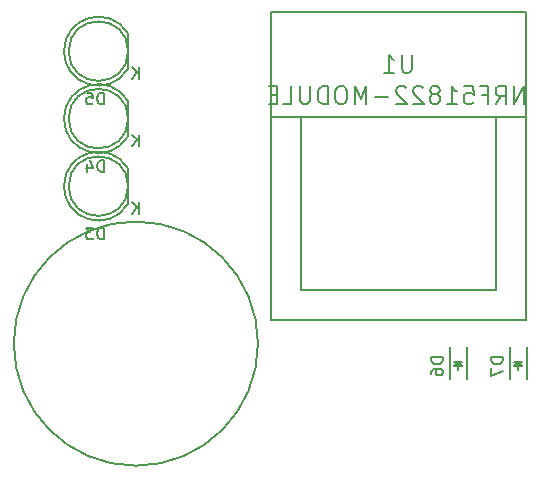
<source format=gbo>
%TF.GenerationSoftware,KiCad,Pcbnew,4.0.2+e4-6225~38~ubuntu15.10.1-stable*%
%TF.CreationDate,2016-06-09T11:59:05+01:00*%
%TF.ProjectId,igrow-101,6967726F772D3130312E6B696361645F,101*%
%TF.FileFunction,Legend,Bot*%
%FSLAX46Y46*%
G04 Gerber Fmt 4.6, Leading zero omitted, Abs format (unit mm)*
G04 Created by KiCad (PCBNEW 4.0.2+e4-6225~38~ubuntu15.10.1-stable) date Thu 09 Jun 2016 11:59:05 BST*
%MOMM*%
G01*
G04 APERTURE LIST*
%ADD10C,0.100000*%
%ADD11C,0.150000*%
G04 APERTURE END LIST*
D10*
D11*
X175260000Y-102108000D02*
X175260000Y-116713000D01*
X175260000Y-116713000D02*
X158750000Y-116713000D01*
X158750000Y-116713000D02*
X158750000Y-102108000D01*
X177800000Y-102108000D02*
X156210000Y-102108000D01*
X156210000Y-93218000D02*
X177800000Y-93218000D01*
X177800000Y-93218000D02*
X177800000Y-119253000D01*
X156210000Y-119253000D02*
X156210000Y-93218000D01*
X177800000Y-119253000D02*
X156210000Y-119253000D01*
X155117051Y-121285000D02*
G75*
G03X155117051Y-121285000I-10337051J0D01*
G01*
X144089888Y-109474904D02*
G75*
G02X144105000Y-106450000I-2484888J1524904D01*
G01*
X144105000Y-109450000D02*
X144105000Y-106450000D01*
X144122936Y-107950000D02*
G75*
G03X144122936Y-107950000I-2517936J0D01*
G01*
X144089888Y-103759904D02*
G75*
G02X144105000Y-100735000I-2484888J1524904D01*
G01*
X144105000Y-103735000D02*
X144105000Y-100735000D01*
X144122936Y-102235000D02*
G75*
G03X144122936Y-102235000I-2517936J0D01*
G01*
X144089888Y-98044904D02*
G75*
G02X144105000Y-95020000I-2484888J1524904D01*
G01*
X144105000Y-98020000D02*
X144105000Y-95020000D01*
X144122936Y-96520000D02*
G75*
G03X144122936Y-96520000I-2517936J0D01*
G01*
X172835000Y-121590000D02*
X172835000Y-124290000D01*
X171335000Y-121590000D02*
X171335000Y-124290000D01*
X172235000Y-123090000D02*
X171985000Y-123090000D01*
X171985000Y-123090000D02*
X172135000Y-122940000D01*
X171735000Y-122840000D02*
X172435000Y-122840000D01*
X172085000Y-123190000D02*
X172085000Y-123540000D01*
X172085000Y-122840000D02*
X171735000Y-123190000D01*
X171735000Y-123190000D02*
X172435000Y-123190000D01*
X172435000Y-123190000D02*
X172085000Y-122840000D01*
X177915000Y-121590000D02*
X177915000Y-124290000D01*
X176415000Y-121590000D02*
X176415000Y-124290000D01*
X177315000Y-123090000D02*
X177065000Y-123090000D01*
X177065000Y-123090000D02*
X177215000Y-122940000D01*
X176815000Y-122840000D02*
X177515000Y-122840000D01*
X177165000Y-123190000D02*
X177165000Y-123540000D01*
X177165000Y-122840000D02*
X176815000Y-123190000D01*
X176815000Y-123190000D02*
X177515000Y-123190000D01*
X177515000Y-123190000D02*
X177165000Y-122840000D01*
X168147857Y-96841571D02*
X168147857Y-98055857D01*
X168076429Y-98198714D01*
X168005000Y-98270143D01*
X167862143Y-98341571D01*
X167576429Y-98341571D01*
X167433571Y-98270143D01*
X167362143Y-98198714D01*
X167290714Y-98055857D01*
X167290714Y-96841571D01*
X165790714Y-98341571D02*
X166647857Y-98341571D01*
X166219285Y-98341571D02*
X166219285Y-96841571D01*
X166362142Y-97055857D01*
X166505000Y-97198714D01*
X166647857Y-97270143D01*
X177663714Y-101008571D02*
X177663714Y-99508571D01*
X176806571Y-101008571D01*
X176806571Y-99508571D01*
X175235142Y-101008571D02*
X175735142Y-100294286D01*
X176092285Y-101008571D02*
X176092285Y-99508571D01*
X175520857Y-99508571D01*
X175377999Y-99580000D01*
X175306571Y-99651429D01*
X175235142Y-99794286D01*
X175235142Y-100008571D01*
X175306571Y-100151429D01*
X175377999Y-100222857D01*
X175520857Y-100294286D01*
X176092285Y-100294286D01*
X174092285Y-100222857D02*
X174592285Y-100222857D01*
X174592285Y-101008571D02*
X174592285Y-99508571D01*
X173877999Y-99508571D01*
X172592285Y-99508571D02*
X173306571Y-99508571D01*
X173378000Y-100222857D01*
X173306571Y-100151429D01*
X173163714Y-100080000D01*
X172806571Y-100080000D01*
X172663714Y-100151429D01*
X172592285Y-100222857D01*
X172520857Y-100365714D01*
X172520857Y-100722857D01*
X172592285Y-100865714D01*
X172663714Y-100937143D01*
X172806571Y-101008571D01*
X173163714Y-101008571D01*
X173306571Y-100937143D01*
X173378000Y-100865714D01*
X171092286Y-101008571D02*
X171949429Y-101008571D01*
X171520857Y-101008571D02*
X171520857Y-99508571D01*
X171663714Y-99722857D01*
X171806572Y-99865714D01*
X171949429Y-99937143D01*
X170235143Y-100151429D02*
X170378001Y-100080000D01*
X170449429Y-100008571D01*
X170520858Y-99865714D01*
X170520858Y-99794286D01*
X170449429Y-99651429D01*
X170378001Y-99580000D01*
X170235143Y-99508571D01*
X169949429Y-99508571D01*
X169806572Y-99580000D01*
X169735143Y-99651429D01*
X169663715Y-99794286D01*
X169663715Y-99865714D01*
X169735143Y-100008571D01*
X169806572Y-100080000D01*
X169949429Y-100151429D01*
X170235143Y-100151429D01*
X170378001Y-100222857D01*
X170449429Y-100294286D01*
X170520858Y-100437143D01*
X170520858Y-100722857D01*
X170449429Y-100865714D01*
X170378001Y-100937143D01*
X170235143Y-101008571D01*
X169949429Y-101008571D01*
X169806572Y-100937143D01*
X169735143Y-100865714D01*
X169663715Y-100722857D01*
X169663715Y-100437143D01*
X169735143Y-100294286D01*
X169806572Y-100222857D01*
X169949429Y-100151429D01*
X169092287Y-99651429D02*
X169020858Y-99580000D01*
X168878001Y-99508571D01*
X168520858Y-99508571D01*
X168378001Y-99580000D01*
X168306572Y-99651429D01*
X168235144Y-99794286D01*
X168235144Y-99937143D01*
X168306572Y-100151429D01*
X169163715Y-101008571D01*
X168235144Y-101008571D01*
X167663716Y-99651429D02*
X167592287Y-99580000D01*
X167449430Y-99508571D01*
X167092287Y-99508571D01*
X166949430Y-99580000D01*
X166878001Y-99651429D01*
X166806573Y-99794286D01*
X166806573Y-99937143D01*
X166878001Y-100151429D01*
X167735144Y-101008571D01*
X166806573Y-101008571D01*
X166163716Y-100437143D02*
X165020859Y-100437143D01*
X164306573Y-101008571D02*
X164306573Y-99508571D01*
X163806573Y-100580000D01*
X163306573Y-99508571D01*
X163306573Y-101008571D01*
X162306573Y-99508571D02*
X162020859Y-99508571D01*
X161878001Y-99580000D01*
X161735144Y-99722857D01*
X161663716Y-100008571D01*
X161663716Y-100508571D01*
X161735144Y-100794286D01*
X161878001Y-100937143D01*
X162020859Y-101008571D01*
X162306573Y-101008571D01*
X162449430Y-100937143D01*
X162592287Y-100794286D01*
X162663716Y-100508571D01*
X162663716Y-100008571D01*
X162592287Y-99722857D01*
X162449430Y-99580000D01*
X162306573Y-99508571D01*
X161020858Y-101008571D02*
X161020858Y-99508571D01*
X160663715Y-99508571D01*
X160449430Y-99580000D01*
X160306572Y-99722857D01*
X160235144Y-99865714D01*
X160163715Y-100151429D01*
X160163715Y-100365714D01*
X160235144Y-100651429D01*
X160306572Y-100794286D01*
X160449430Y-100937143D01*
X160663715Y-101008571D01*
X161020858Y-101008571D01*
X159520858Y-99508571D02*
X159520858Y-100722857D01*
X159449430Y-100865714D01*
X159378001Y-100937143D01*
X159235144Y-101008571D01*
X158949430Y-101008571D01*
X158806572Y-100937143D01*
X158735144Y-100865714D01*
X158663715Y-100722857D01*
X158663715Y-99508571D01*
X157235143Y-101008571D02*
X157949429Y-101008571D01*
X157949429Y-99508571D01*
X156735143Y-100222857D02*
X156235143Y-100222857D01*
X156020857Y-101008571D02*
X156735143Y-101008571D01*
X156735143Y-99508571D01*
X156020857Y-99508571D01*
X142089095Y-112466381D02*
X142089095Y-111466381D01*
X141851000Y-111466381D01*
X141708142Y-111514000D01*
X141612904Y-111609238D01*
X141565285Y-111704476D01*
X141517666Y-111894952D01*
X141517666Y-112037810D01*
X141565285Y-112228286D01*
X141612904Y-112323524D01*
X141708142Y-112418762D01*
X141851000Y-112466381D01*
X142089095Y-112466381D01*
X141184333Y-111466381D02*
X140565285Y-111466381D01*
X140898619Y-111847333D01*
X140755761Y-111847333D01*
X140660523Y-111894952D01*
X140612904Y-111942571D01*
X140565285Y-112037810D01*
X140565285Y-112275905D01*
X140612904Y-112371143D01*
X140660523Y-112418762D01*
X140755761Y-112466381D01*
X141041476Y-112466381D01*
X141136714Y-112418762D01*
X141184333Y-112371143D01*
X145041905Y-110307381D02*
X145041905Y-109307381D01*
X144470476Y-110307381D02*
X144899048Y-109735952D01*
X144470476Y-109307381D02*
X145041905Y-109878810D01*
X142089095Y-106751381D02*
X142089095Y-105751381D01*
X141851000Y-105751381D01*
X141708142Y-105799000D01*
X141612904Y-105894238D01*
X141565285Y-105989476D01*
X141517666Y-106179952D01*
X141517666Y-106322810D01*
X141565285Y-106513286D01*
X141612904Y-106608524D01*
X141708142Y-106703762D01*
X141851000Y-106751381D01*
X142089095Y-106751381D01*
X140660523Y-106084714D02*
X140660523Y-106751381D01*
X140898619Y-105703762D02*
X141136714Y-106418048D01*
X140517666Y-106418048D01*
X145041905Y-104592381D02*
X145041905Y-103592381D01*
X144470476Y-104592381D02*
X144899048Y-104020952D01*
X144470476Y-103592381D02*
X145041905Y-104163810D01*
X142089095Y-101036381D02*
X142089095Y-100036381D01*
X141851000Y-100036381D01*
X141708142Y-100084000D01*
X141612904Y-100179238D01*
X141565285Y-100274476D01*
X141517666Y-100464952D01*
X141517666Y-100607810D01*
X141565285Y-100798286D01*
X141612904Y-100893524D01*
X141708142Y-100988762D01*
X141851000Y-101036381D01*
X142089095Y-101036381D01*
X140612904Y-100036381D02*
X141089095Y-100036381D01*
X141136714Y-100512571D01*
X141089095Y-100464952D01*
X140993857Y-100417333D01*
X140755761Y-100417333D01*
X140660523Y-100464952D01*
X140612904Y-100512571D01*
X140565285Y-100607810D01*
X140565285Y-100845905D01*
X140612904Y-100941143D01*
X140660523Y-100988762D01*
X140755761Y-101036381D01*
X140993857Y-101036381D01*
X141089095Y-100988762D01*
X141136714Y-100941143D01*
X145041905Y-98877381D02*
X145041905Y-97877381D01*
X144470476Y-98877381D02*
X144899048Y-98305952D01*
X144470476Y-97877381D02*
X145041905Y-98448810D01*
X170787381Y-122451905D02*
X169787381Y-122451905D01*
X169787381Y-122690000D01*
X169835000Y-122832858D01*
X169930238Y-122928096D01*
X170025476Y-122975715D01*
X170215952Y-123023334D01*
X170358810Y-123023334D01*
X170549286Y-122975715D01*
X170644524Y-122928096D01*
X170739762Y-122832858D01*
X170787381Y-122690000D01*
X170787381Y-122451905D01*
X169787381Y-123880477D02*
X169787381Y-123690000D01*
X169835000Y-123594762D01*
X169882619Y-123547143D01*
X170025476Y-123451905D01*
X170215952Y-123404286D01*
X170596905Y-123404286D01*
X170692143Y-123451905D01*
X170739762Y-123499524D01*
X170787381Y-123594762D01*
X170787381Y-123785239D01*
X170739762Y-123880477D01*
X170692143Y-123928096D01*
X170596905Y-123975715D01*
X170358810Y-123975715D01*
X170263571Y-123928096D01*
X170215952Y-123880477D01*
X170168333Y-123785239D01*
X170168333Y-123594762D01*
X170215952Y-123499524D01*
X170263571Y-123451905D01*
X170358810Y-123404286D01*
X175867381Y-122451905D02*
X174867381Y-122451905D01*
X174867381Y-122690000D01*
X174915000Y-122832858D01*
X175010238Y-122928096D01*
X175105476Y-122975715D01*
X175295952Y-123023334D01*
X175438810Y-123023334D01*
X175629286Y-122975715D01*
X175724524Y-122928096D01*
X175819762Y-122832858D01*
X175867381Y-122690000D01*
X175867381Y-122451905D01*
X174867381Y-123356667D02*
X174867381Y-124023334D01*
X175867381Y-123594762D01*
M02*

</source>
